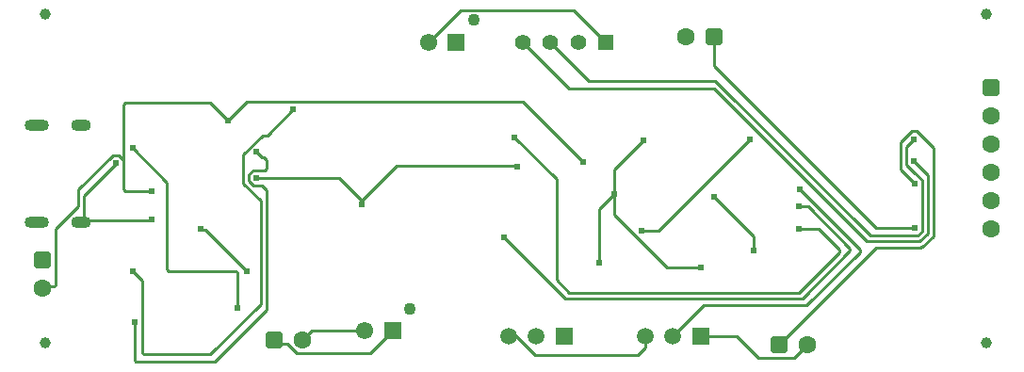
<source format=gbl>
%FSTAX23Y23*%
%MOIN*%
%SFA1B1*%

%IPPOS*%
%AMD51*
4,1,8,0.043300,0.000000,0.043300,0.000000,0.023600,0.019700,-0.023600,0.019700,-0.043300,0.000000,-0.043300,0.000000,-0.023600,-0.019700,0.023600,-0.019700,0.043300,0.000000,0.0*
1,1,0.039370,0.023600,0.000000*
1,1,0.039370,0.023600,0.000000*
1,1,0.039370,-0.023600,0.000000*
1,1,0.039370,-0.023600,0.000000*
%
%AMD52*
4,1,8,0.035400,0.000000,0.035400,0.000000,0.015700,0.019700,-0.015700,0.019700,-0.035400,0.000000,-0.035400,0.000000,-0.015700,-0.019700,0.015700,-0.019700,0.035400,0.000000,0.0*
1,1,0.039370,0.015700,0.000000*
1,1,0.039370,0.015700,0.000000*
1,1,0.039370,-0.015700,0.000000*
1,1,0.039370,-0.015700,0.000000*
%
%AMD64*
4,1,8,0.015700,0.031500,-0.015700,0.031500,-0.031500,0.015700,-0.031500,-0.015700,-0.015700,-0.031500,0.015700,-0.031500,0.031500,-0.015700,0.031500,0.015700,0.015700,0.031500,0.0*
1,1,0.031496,0.015700,0.015700*
1,1,0.031496,-0.015700,0.015700*
1,1,0.031496,-0.015700,-0.015700*
1,1,0.031496,0.015700,-0.015700*
%
%AMD68*
4,1,8,0.031500,-0.015700,0.031500,0.015700,0.015700,0.031500,-0.015700,0.031500,-0.031500,0.015700,-0.031500,-0.015700,-0.015700,-0.031500,0.015700,-0.031500,0.031500,-0.015700,0.0*
1,1,0.031496,0.015700,-0.015700*
1,1,0.031496,0.015700,0.015700*
1,1,0.031496,-0.015700,0.015700*
1,1,0.031496,-0.015700,-0.015700*
%
%ADD13C,0.010000*%
G04~CAMADD=51~8~0.0~0.0~393.7~866.1~196.9~0.0~15~0.0~0.0~0.0~0.0~0~0.0~0.0~0.0~0.0~0~0.0~0.0~0.0~270.0~866.0~394.0*
%ADD51D51*%
G04~CAMADD=52~8~0.0~0.0~393.7~708.7~196.9~0.0~15~0.0~0.0~0.0~0.0~0~0.0~0.0~0.0~0.0~0~0.0~0.0~0.0~270.0~707.0~393.0*
%ADD52D52*%
%ADD56R,0.061024X0.061024*%
%ADD57C,0.061024*%
%ADD58C,0.043307*%
%ADD59R,0.055118X0.055118*%
%ADD60C,0.055118*%
%ADD63C,0.039370*%
G04~CAMADD=64~8~0.0~0.0~629.9~629.9~157.5~0.0~15~0.0~0.0~0.0~0.0~0~0.0~0.0~0.0~0.0~0~0.0~0.0~0.0~0.0~629.9~629.9*
%ADD64D64*%
%ADD65C,0.062992*%
%ADD66C,0.059370*%
%ADD67R,0.059370X0.059370*%
G04~CAMADD=68~8~0.0~0.0~629.9~629.9~157.5~0.0~15~0.0~0.0~0.0~0.0~0~0.0~0.0~0.0~0.0~0~0.0~0.0~0.0~270.0~630.0~630.0*
%ADD68D68*%
%ADD69C,0.024000*%
%LNflowmeter-1*%
%LPD*%
G54D13*
X00852Y0069D02*
X01143D01*
X01225Y00597D02*
Y00608D01*
X01349Y00732*
X01143Y0069D02*
X01225Y00608D01*
X01349Y00732D02*
X01771D01*
X01773Y0073*
X00232Y00534D02*
X00235Y00538D01*
X00479*
X00482Y00541*
X00413Y00795D02*
X00535Y00673D01*
Y00365D02*
Y00673D01*
Y00365D02*
X0054Y0036D01*
X00781*
X00656Y00508D02*
X00658Y00505D01*
X00671*
X00818Y00359*
X00786Y00231D02*
Y00354D01*
X00781Y0036D02*
X00786Y00354D01*
X00785Y0023D02*
X00786Y00231D01*
X0261Y00433D02*
Y00482D01*
X0247Y00622D02*
X0261Y00482D01*
X00141Y0031D02*
Y00509D01*
X001Y00305D02*
X00135D01*
X00141Y0031*
X00095Y003D02*
X001Y00305D01*
X00141Y00509D02*
X00222Y0059D01*
Y00648D02*
X00343Y00769D01*
X00222Y0059D02*
Y00648D01*
X00366Y00769D02*
X00382Y00753D01*
X00343Y00769D02*
X00366D01*
X00382Y00753D02*
Y0095D01*
Y00648D02*
Y00753D01*
X00387Y00643D02*
X00481D01*
X00242Y00626D02*
X00355Y00739D01*
X00242Y00545D02*
Y00626D01*
X00355Y00739D02*
Y00742D01*
X00481Y00643D02*
X00482Y00641D01*
X00689Y00065D02*
X00868Y00244D01*
X00453Y00065D02*
X00689D01*
X00448Y0007D02*
X00453Y00065D01*
X00448Y0007D02*
Y00326D01*
X00415Y00359D02*
X00448Y00326D01*
X00421Y00044D02*
Y00179D01*
X00426Y00039D02*
X00703D01*
X00888Y00224*
Y00645*
X00868Y00244D02*
Y00608D01*
X0087Y00663D02*
X00888Y00645D01*
X00841Y00663D02*
X0087D01*
X00421Y00044D02*
X00426Y00039D01*
X00805Y00772D02*
X00874Y0084D01*
X00805Y0067D02*
X00868Y00608D01*
X00841Y00717D02*
X00882D01*
X00825Y00678D02*
Y00701D01*
X00878Y00761D02*
X00888Y00752D01*
X00872Y00761D02*
X00878D01*
X00805Y0067D02*
Y00772D01*
X00825Y00678D02*
X00841Y00663D01*
X00852Y00781D02*
X00872Y00761D01*
X00874Y0084D02*
X0089D01*
X00825Y00701D02*
X00841Y00717D01*
X00888Y00722D02*
Y00752D01*
X00882Y00717D02*
X00888Y00722D01*
X0089Y0084D02*
X00981Y00931D01*
X00382Y00648D02*
X00387Y00643D01*
X00382Y0095D02*
X00387Y00956D01*
X00689*
X00232Y00534D02*
X00242Y00545D01*
X00689Y00956D02*
X00752Y00893D01*
X01253Y00068D02*
X01334Y00149D01*
X00995Y00068D02*
X01253D01*
X01049Y00149D02*
X01235D01*
X01015Y00115D02*
X01049Y00149D01*
X0284Y0051D02*
X02914Y00435D01*
X02771Y0051D02*
X0284D01*
X02914Y00427D02*
Y00435D01*
X02771Y00284D02*
X02914Y00427D01*
X01959Y00284D02*
X02771D01*
X01913Y0033D02*
X01959Y00284D01*
X01913Y0033D02*
Y00685D01*
X01765Y00833D02*
X01913Y00685D01*
X00752Y00893D02*
X00817Y00958D01*
X01795*
X02007Y00746*
X02306Y00372D02*
X02424D01*
X02118Y0056D02*
X02306Y00372D01*
X02118Y0056D02*
Y00633D01*
Y00718D02*
X02221Y00821D01*
X02118Y00633D02*
Y00718D01*
X02064Y0039D02*
Y00579D01*
X02118Y00633*
X02753Y00053D02*
X028Y001D01*
X02627Y00053D02*
X02753D01*
X0255Y0013D02*
X02627Y00053D01*
X02425Y0013D02*
X0255D01*
X01973Y01284D02*
X02088Y0117D01*
X01576Y01284D02*
X01973D01*
X0146Y01169D02*
X01576Y01284D01*
X02274Y00502D02*
X02597Y00825D01*
X02213Y00502D02*
X02274D01*
X01729Y00478D02*
X01943Y00264D01*
X02785*
X02326Y0013D02*
X02434Y00238D01*
X02799*
X02952Y00431D02*
Y00439D01*
X02803Y00589D02*
X02952Y00439D01*
X02785Y00264D02*
X02952Y00431D01*
X02771Y00589D02*
X02803D01*
X01838Y00063D02*
X022D01*
X02228Y0009*
Y0013*
X01766Y00135D02*
X01838Y00063D01*
X02799Y00238D02*
X02988Y00427D01*
X02774Y0065D02*
X02988Y00435D01*
Y00427D02*
Y00435D01*
X03023Y00485D02*
X03191D01*
X0301Y00465D02*
X03199D01*
X0247Y01005D02*
X0301Y00465D01*
X02475Y01033D02*
X03023Y00485D01*
X0247Y01085D02*
X03043Y00512D01*
X0318*
X03199Y00465D02*
X03227Y00492D01*
X027Y001D02*
X03043Y00443D01*
X03201D02*
X03203Y00445D01*
X03043Y00443D02*
X03201D01*
X02028Y01033D02*
X02475D01*
X01958Y01005D02*
X0247D01*
Y01085D02*
Y0119D01*
X03131Y00719D02*
X0318Y0067D01*
X03131Y00719D02*
Y00816D01*
X0317Y00856*
X03187*
X03247Y00796*
Y00484D02*
Y00796D01*
X03207Y00445D02*
X03247Y00484D01*
X03203Y00445D02*
X03207D01*
X03151Y00798D02*
X03179Y00826D01*
X03151Y00736D02*
Y00798D01*
X00961Y00102D02*
X00995Y00068D01*
X00927Y00102D02*
X00961D01*
X00915Y00115D02*
X00927Y00102D01*
X03178Y00748D02*
X03227Y00699D01*
Y00492D02*
Y00699D01*
X01793Y0117D02*
X01958Y01005D01*
X03207Y005D02*
Y00681D01*
X03179Y00709D02*
X03207Y00681D01*
X03178Y00709D02*
X03179D01*
X03151Y00736D02*
X03178Y00709D01*
X03191Y00485D02*
X03207Y005D01*
X01891Y0117D02*
X02028Y01033D01*
G54D51*
X00074Y00875D03*
Y00534D03*
G54D52*
X00232Y00875D03*
Y00534D03*
G54D56*
X01334Y00149D03*
X01559Y01169D03*
G54D57*
X01235Y00149D03*
X0146Y01169D03*
G54D58*
X01396Y00227D03*
X01622Y01248D03*
G54D59*
X02088Y0117D03*
G54D60*
X0199Y0117D03*
X01891D03*
X01793D03*
G54D63*
X00105Y00105D03*
X03435D03*
X00105Y0127D03*
X03435D03*
G54D64*
X00915Y00115D03*
X027Y001D03*
X0247Y0119D03*
G54D65*
X01015Y00115D03*
X028Y001D03*
X0237Y0119D03*
X0345Y0051D03*
Y0061D03*
Y0081D03*
Y0091D03*
Y0071D03*
X00095Y003D03*
G54D66*
X02228Y0013D03*
X02326D03*
X01842Y00129D03*
X01744D03*
G54D67*
X02425Y0013D03*
X0194Y00129D03*
G54D68*
X0345Y0101D03*
X00095Y004D03*
G54D69*
X00852Y0069D03*
X01225Y00597D03*
X01773Y0073D03*
X00482Y00541D03*
X00818Y00359D03*
X00656Y00508D03*
X0261Y00433D03*
X0247Y00622D03*
X00355Y00742D03*
X00413Y00795D03*
X00785Y0023D03*
X00421Y00179D03*
X00852Y00781D03*
X00981Y00931D03*
X00752Y00893D03*
X00415Y00359D03*
X02424Y00372D03*
X02118Y00633D03*
X02064Y0039D03*
X02221Y00821D03*
X01765Y00833D03*
X02213Y00502D03*
X02597Y00825D03*
X02007Y00746D03*
X00482Y00641D03*
X01729Y00478D03*
X02774Y0065D03*
X02771Y00589D03*
Y0051D03*
X0318Y00512D03*
X03179Y00826D03*
X03178Y00748D03*
X0318Y0067D03*
M02*
</source>
